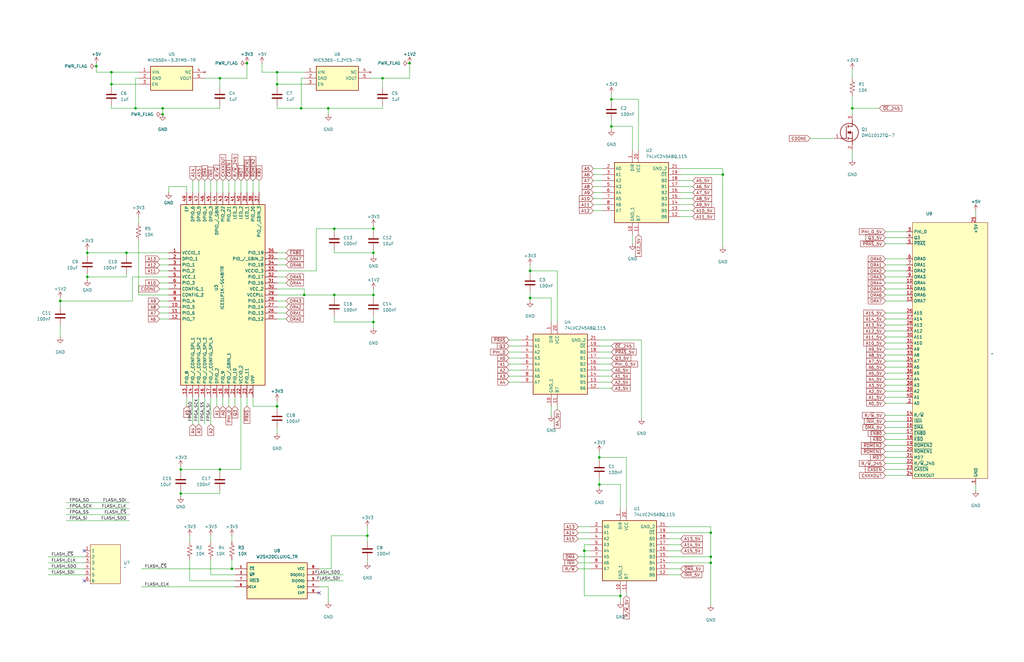
<source format=kicad_sch>
(kicad_sch (version 20231120) (generator "eeschema") (generator_version "8.0")
  (paper "USLedger")
  (title_block (title "Apple IIe IOU Replacement") (date "2024-12-10") (rev "0.90") (company "Frozen Signal"))
  (junction (at 68.58 48.26))
  (junction (at 76.2 208.28))
  (junction (at 299.72 224.79))
  (junction (at 57.15 45.72))
  (junction (at 257.81 53.34))
  (junction (at 116.84 35.56))
  (junction (at 252.73 193.04))
  (junction (at 261.62 251.46))
  (junction (at 104.14 26.67))
  (junction (at 157.48 135.89))
  (junction (at 157.48 124.46))
  (junction (at 304.8 73.66))
  (junction (at 140.97 96.52))
  (junction (at 299.72 237.49))
  (junction (at 154.94 226.06))
  (junction (at 223.52 114.3))
  (junction (at 172.72 26.67))
  (junction (at 53.34 106.68))
  (junction (at 46.99 30.48))
  (junction (at 246.38 232.41))
  (junction (at 157.48 96.52))
  (junction (at 138.43 45.72))
  (junction (at 76.2 198.12))
  (junction (at 36.83 116.84))
  (junction (at 92.71 33.02))
  (junction (at 40.64 27.94))
  (junction (at 128.27 124.46))
  (junction (at 116.84 171.45))
  (junction (at 157.48 106.68))
  (junction (at 257.81 41.91))
  (junction (at 252.73 204.47))
  (junction (at 36.83 106.68))
  (junction (at 116.84 30.48))
  (junction (at 140.97 124.46))
  (junction (at 299.72 234.95))
  (junction (at 127 45.72))
  (junction (at 359.41 45.72))
  (junction (at 46.99 35.56))
  (junction (at 68.58 45.72))
  (junction (at 92.71 198.12))
  (junction (at 97.79 240.03))
  (junction (at 161.29 33.02))
  (junction (at 223.52 125.73))
  (junction (at 25.4 127))
  (no_connect (at 35.56 232.41))
  (no_connect (at 35.56 245.11))
  (no_connect (at 134.62 250.19))
  (wire (pts (xy 53.34 115.57) (xy 53.34 116.84)))
  (wire (pts (xy 58.42 101.6) (xy 58.42 124.46)))
  (wire (pts (xy 154.94 222.25) (xy 154.94 226.06)))
  (wire (pts (xy 223.52 111.76) (xy 223.52 114.3)))
  (wire (pts (xy 373.38 180.34) (xy 382.27 180.34)))
  (wire (pts (xy 96.52 76.2) (xy 96.52 81.28)))
  (wire (pts (xy 373.38 134.62) (xy 382.27 134.62)))
  (wire (pts (xy 104.14 171.45) (xy 104.14 167.64)))
  (wire (pts (xy 257.81 39.37) (xy 257.81 41.91)))
  (wire (pts (xy 232.41 171.45) (xy 232.41 175.26)))
  (wire (pts (xy 373.38 116.84) (xy 382.27 116.84)))
  (wire (pts (xy 116.84 44.45) (xy 116.84 45.72)))
  (wire (pts (xy 97.79 226.06) (xy 97.79 228.6)))
  (wire (pts (xy 373.38 144.78) (xy 382.27 144.78)))
  (wire (pts (xy 101.6 167.64) (xy 101.6 198.12)))
  (wire (pts (xy 252.73 193.04) (xy 264.16 193.04)))
  (wire (pts (xy 109.22 76.2) (xy 109.22 81.28)))
  (wire (pts (xy 373.38 190.5) (xy 382.27 190.5)))
  (wire (pts (xy 78.74 171.45) (xy 78.74 167.64)))
  (wire (pts (xy 287.02 232.41) (xy 281.94 232.41)))
  (wire (pts (xy 257.81 53.34) (xy 257.81 54.61)))
  (wire (pts (xy 116.84 180.34) (xy 116.84 182.88)))
  (wire (pts (xy 20.32 234.95) (xy 35.56 234.95)))
  (wire (pts (xy 116.84 36.83) (xy 116.84 35.56)))
  (wire (pts (xy 373.38 175.26) (xy 382.27 175.26)))
  (wire (pts (xy 140.97 124.46) (xy 157.48 124.46)))
  (wire (pts (xy 257.81 158.75) (xy 252.73 158.75)))
  (wire (pts (xy 264.16 251.46) (xy 264.16 250.19)))
  (wire (pts (xy 359.41 40.64) (xy 359.41 45.72)))
  (wire (pts (xy 214.63 158.75) (xy 219.71 158.75)))
  (wire (pts (xy 287.02 242.57) (xy 281.94 242.57)))
  (wire (pts (xy 120.65 109.22) (xy 116.84 109.22)))
  (wire (pts (xy 373.38 114.3) (xy 382.27 114.3)))
  (wire (pts (xy 116.84 121.92) (xy 128.27 121.92)))
  (wire (pts (xy 106.68 171.45) (xy 116.84 171.45)))
  (wire (pts (xy 93.98 171.45) (xy 93.98 167.64)))
  (wire (pts (xy 250.19 76.2) (xy 254 76.2)))
  (wire (pts (xy 110.49 30.48) (xy 116.84 30.48)))
  (wire (pts (xy 214.63 156.21) (xy 219.71 156.21)))
  (wire (pts (xy 359.41 45.72) (xy 370.84 45.72)))
  (wire (pts (xy 97.79 240.03) (xy 99.06 240.03)))
  (wire (pts (xy 250.19 71.12) (xy 254 71.12)))
  (wire (pts (xy 88.9 226.06) (xy 88.9 228.6)))
  (wire (pts (xy 373.38 127) (xy 382.27 127)))
  (wire (pts (xy 287.02 227.33) (xy 281.94 227.33)))
  (wire (pts (xy 161.29 44.45) (xy 161.29 45.72)))
  (wire (pts (xy 67.31 121.92) (xy 71.12 121.92)))
  (wire (pts (xy 243.84 227.33) (xy 248.92 227.33)))
  (wire (pts (xy 161.29 33.02) (xy 172.72 33.02)))
  (wire (pts (xy 373.38 154.94) (xy 382.27 154.94)))
  (wire (pts (xy 140.97 133.35) (xy 140.97 135.89)))
  (wire (pts (xy 373.38 195.58) (xy 382.27 195.58)))
  (wire (pts (xy 91.44 76.2) (xy 91.44 81.28)))
  (wire (pts (xy 120.65 134.62) (xy 116.84 134.62)))
  (wire (pts (xy 270.51 143.51) (xy 252.73 143.51)))
  (wire (pts (xy 250.19 86.36) (xy 254 86.36)))
  (wire (pts (xy 359.41 45.72) (xy 359.41 48.26)))
  (wire (pts (xy 252.73 204.47) (xy 261.62 204.47)))
  (wire (pts (xy 157.48 124.46) (xy 157.48 125.73)))
  (wire (pts (xy 101.6 76.2) (xy 101.6 81.28)))
  (wire (pts (xy 27.94 214.63) (xy 54.61 214.63)))
  (wire (pts (xy 246.38 232.41) (xy 246.38 251.46)))
  (wire (pts (xy 257.81 163.83) (xy 252.73 163.83)))
  (wire (pts (xy 223.52 125.73) (xy 223.52 127)))
  (wire (pts (xy 373.38 147.32) (xy 382.27 147.32)))
  (wire (pts (xy 287.02 73.66) (xy 304.8 73.66)))
  (wire (pts (xy 71.12 78.74) (xy 78.74 78.74)))
  (wire (pts (xy 250.19 73.66) (xy 254 73.66)))
  (wire (pts (xy 246.38 251.46) (xy 261.62 251.46)))
  (wire (pts (xy 292.1 81.28) (xy 287.02 81.28)))
  (wire (pts (xy 76.2 207.01) (xy 76.2 208.28)))
  (wire (pts (xy 232.41 135.89) (xy 232.41 125.73)))
  (wire (pts (xy 134.62 242.57) (xy 144.78 242.57)))
  (wire (pts (xy 246.38 232.41) (xy 248.92 232.41)))
  (wire (pts (xy 250.19 88.9) (xy 254 88.9)))
  (wire (pts (xy 46.99 45.72) (xy 57.15 45.72)))
  (wire (pts (xy 223.52 114.3) (xy 234.95 114.3)))
  (wire (pts (xy 157.48 121.92) (xy 157.48 124.46)))
  (wire (pts (xy 157.48 96.52) (xy 157.48 97.79)))
  (wire (pts (xy 172.72 26.67) (xy 172.72 33.02)))
  (wire (pts (xy 373.38 170.18) (xy 382.27 170.18)))
  (wire (pts (xy 120.65 111.76) (xy 116.84 111.76)))
  (wire (pts (xy 106.68 76.2) (xy 106.68 81.28)))
  (wire (pts (xy 139.7 226.06) (xy 154.94 226.06)))
  (wire (pts (xy 88.9 242.57) (xy 99.06 242.57)))
  (wire (pts (xy 266.7 99.06) (xy 266.7 102.87)))
  (wire (pts (xy 80.01 245.11) (xy 99.06 245.11)))
  (wire (pts (xy 92.71 207.01) (xy 92.71 208.28)))
  (wire (pts (xy 292.1 91.44) (xy 287.02 91.44)))
  (wire (pts (xy 373.38 200.66) (xy 382.27 200.66)))
  (wire (pts (xy 292.1 76.2) (xy 287.02 76.2)))
  (wire (pts (xy 88.9 236.22) (xy 88.9 242.57)))
  (wire (pts (xy 257.81 161.29) (xy 252.73 161.29)))
  (wire (pts (xy 120.65 116.84) (xy 116.84 116.84)))
  (wire (pts (xy 53.34 116.84) (xy 36.83 116.84)))
  (wire (pts (xy 36.83 116.84) (xy 36.83 118.11)))
  (wire (pts (xy 57.15 33.02) (xy 57.15 45.72)))
  (wire (pts (xy 58.42 91.44) (xy 58.42 93.98)))
  (wire (pts (xy 80.01 245.11) (xy 80.01 236.22)))
  (wire (pts (xy 27.94 219.71) (xy 54.61 219.71)))
  (wire (pts (xy 287.02 240.03) (xy 281.94 240.03)))
  (wire (pts (xy 93.98 76.2) (xy 93.98 81.28)))
  (wire (pts (xy 304.8 71.12) (xy 287.02 71.12)))
  (wire (pts (xy 71.12 124.46) (xy 58.42 124.46)))
  (wire (pts (xy 373.38 162.56) (xy 382.27 162.56)))
  (wire (pts (xy 27.94 217.17) (xy 54.61 217.17)))
  (wire (pts (xy 76.2 208.28) (xy 76.2 209.55)))
  (wire (pts (xy 128.27 121.92) (xy 128.27 124.46)))
  (wire (pts (xy 243.84 234.95) (xy 248.92 234.95)))
  (wire (pts (xy 373.38 109.22) (xy 382.27 109.22)))
  (wire (pts (xy 67.31 134.62) (xy 71.12 134.62)))
  (wire (pts (xy 128.27 33.02) (xy 127 33.02)))
  (wire (pts (xy 116.84 35.56) (xy 128.27 35.56)))
  (wire (pts (xy 36.83 106.68) (xy 36.83 107.95)))
  (wire (pts (xy 257.81 53.34) (xy 266.7 53.34)))
  (wire (pts (xy 46.99 35.56) (xy 58.42 35.56)))
  (wire (pts (xy 20.32 237.49) (xy 35.56 237.49)))
  (wire (pts (xy 157.48 95.25) (xy 157.48 96.52)))
  (wire (pts (xy 138.43 45.72) (xy 161.29 45.72)))
  (wire (pts (xy 97.79 236.22) (xy 97.79 240.03)))
  (wire (pts (xy 99.06 171.45) (xy 99.06 167.64)))
  (wire (pts (xy 86.36 167.64) (xy 86.36 179.07)))
  (wire (pts (xy 140.97 106.68) (xy 157.48 106.68)))
  (wire (pts (xy 53.34 107.95) (xy 53.34 106.68)))
  (wire (pts (xy 116.84 35.56) (xy 116.84 30.48)))
  (wire (pts (xy 25.4 125.73) (xy 25.4 127)))
  (wire (pts (xy 252.73 193.04) (xy 252.73 194.31)))
  (wire (pts (xy 120.65 106.68) (xy 116.84 106.68)))
  (wire (pts (xy 116.84 114.3) (xy 133.35 114.3)))
  (wire (pts (xy 373.38 149.86) (xy 382.27 149.86)))
  (wire (pts (xy 359.41 63.5) (xy 359.41 67.31)))
  (wire (pts (xy 67.31 129.54) (xy 71.12 129.54)))
  (wire (pts (xy 120.65 127) (xy 116.84 127)))
  (wire (pts (xy 120.65 132.08) (xy 116.84 132.08)))
  (wire (pts (xy 252.73 201.93) (xy 252.73 204.47)))
  (wire (pts (xy 154.94 236.22) (xy 154.94 237.49)))
  (wire (pts (xy 92.71 33.02) (xy 92.71 36.83)))
  (wire (pts (xy 214.63 151.13) (xy 219.71 151.13)))
  (wire (pts (xy 127 45.72) (xy 138.43 45.72)))
  (wire (pts (xy 92.71 198.12) (xy 76.2 198.12)))
  (wire (pts (xy 373.38 182.88) (xy 382.27 182.88)))
  (wire (pts (xy 373.38 111.76) (xy 382.27 111.76)))
  (wire (pts (xy 96.52 171.45) (xy 96.52 167.64)))
  (wire (pts (xy 40.64 30.48) (xy 46.99 30.48)))
  (wire (pts (xy 250.19 83.82) (xy 254 83.82)))
  (wire (pts (xy 373.38 185.42) (xy 382.27 185.42)))
  (wire (pts (xy 138.43 247.65) (xy 138.43 254)))
  (wire (pts (xy 92.71 198.12) (xy 101.6 198.12)))
  (wire (pts (xy 269.24 63.5) (xy 269.24 41.91)))
  (wire (pts (xy 88.9 76.2) (xy 88.9 81.28)))
  (wire (pts (xy 58.42 33.02) (xy 57.15 33.02)))
  (wire (pts (xy 139.7 226.06) (xy 139.7 240.03)))
  (wire (pts (xy 20.32 240.03) (xy 35.56 240.03)))
  (wire (pts (xy 20.32 242.57) (xy 35.56 242.57)))
  (wire (pts (xy 71.12 78.74) (xy 71.12 81.28)))
  (wire (pts (xy 92.71 208.28) (xy 76.2 208.28)))
  (wire (pts (xy 83.82 76.2) (xy 83.82 81.28)))
  (wire (pts (xy 92.71 44.45) (xy 92.71 45.72)))
  (wire (pts (xy 140.97 96.52) (xy 157.48 96.52)))
  (wire (pts (xy 373.38 167.64) (xy 382.27 167.64)))
  (wire (pts (xy 373.38 160.02) (xy 382.27 160.02)))
  (wire (pts (xy 264.16 214.63) (xy 264.16 193.04)))
  (wire (pts (xy 243.84 224.79) (xy 248.92 224.79)))
  (wire (pts (xy 134.62 245.11) (xy 144.78 245.11)))
  (wire (pts (xy 157.48 135.89) (xy 157.48 138.43)))
  (wire (pts (xy 36.83 105.41) (xy 36.83 106.68)))
  (wire (pts (xy 86.36 76.2) (xy 86.36 81.28)))
  (wire (pts (xy 292.1 86.36) (xy 287.02 86.36)))
  (wire (pts (xy 252.73 190.5) (xy 252.73 193.04)))
  (wire (pts (xy 257.81 156.21) (xy 252.73 156.21)))
  (wire (pts (xy 59.69 247.65) (xy 99.06 247.65)))
  (wire (pts (xy 157.48 133.35) (xy 157.48 135.89)))
  (wire (pts (xy 373.38 139.7) (xy 382.27 139.7)))
  (wire (pts (xy 373.38 177.8) (xy 382.27 177.8)))
  (wire (pts (xy 250.19 81.28) (xy 254 81.28)))
  (wire (pts (xy 299.72 255.27) (xy 299.72 237.49)))
  (wire (pts (xy 106.68 171.45) (xy 106.68 167.64)))
  (wire (pts (xy 281.94 234.95) (xy 299.72 234.95)))
  (wire (pts (xy 46.99 30.48) (xy 58.42 30.48)))
  (wire (pts (xy 120.65 119.38) (xy 116.84 119.38)))
  (wire (pts (xy 120.65 129.54) (xy 116.84 129.54)))
  (wire (pts (xy 214.63 143.51) (xy 219.71 143.51)))
  (wire (pts (xy 116.84 171.45) (xy 116.84 172.72)))
  (wire (pts (xy 67.31 111.76) (xy 71.12 111.76)))
  (wire (pts (xy 214.63 161.29) (xy 219.71 161.29)))
  (wire (pts (xy 223.52 123.19) (xy 223.52 125.73)))
  (wire (pts (xy 257.81 41.91) (xy 257.81 43.18)))
  (wire (pts (xy 373.38 102.87) (xy 382.27 102.87)))
  (wire (pts (xy 55.88 116.84) (xy 55.88 127)))
  (wire (pts (xy 234.95 135.89) (xy 234.95 114.3)))
  (wire (pts (xy 67.31 109.22) (xy 71.12 109.22)))
  (wire (pts (xy 53.34 106.68) (xy 71.12 106.68)))
  (wire (pts (xy 261.62 251.46) (xy 261.62 254)))
  (wire (pts (xy 68.58 45.72) (xy 68.58 48.26)))
  (wire (pts (xy 373.38 137.16) (xy 382.27 137.16)))
  (wire (pts (xy 299.72 222.25) (xy 281.94 222.25)))
  (wire (pts (xy 116.84 45.72) (xy 127 45.72)))
  (wire (pts (xy 359.41 29.21) (xy 359.41 33.02)))
  (wire (pts (xy 25.4 137.16) (xy 25.4 142.24)))
  (wire (pts (xy 99.06 76.2) (xy 99.06 81.28)))
  (wire (pts (xy 292.1 83.82) (xy 287.02 83.82)))
  (wire (pts (xy 127 33.02) (xy 127 45.72)))
  (wire (pts (xy 81.28 76.2) (xy 81.28 81.28)))
  (wire (pts (xy 373.38 119.38) (xy 382.27 119.38)))
  (wire (pts (xy 304.8 104.14) (xy 304.8 73.66)))
  (wire (pts (xy 373.38 97.79) (xy 382.27 97.79)))
  (wire (pts (xy 71.12 116.84) (xy 55.88 116.84)))
  (wire (pts (xy 299.72 237.49) (xy 299.72 234.95)))
  (wire (pts (xy 214.63 146.05) (xy 219.71 146.05)))
  (wire (pts (xy 133.35 96.52) (xy 140.97 96.52)))
  (wire (pts (xy 83.82 167.64) (xy 83.82 179.07)))
  (wire (pts (xy 40.64 26.67) (xy 40.64 27.94)))
  (wire (pts (xy 104.14 76.2) (xy 104.14 81.28)))
  (wire (pts (xy 156.21 33.02) (xy 161.29 33.02)))
  (wire (pts (xy 243.84 222.25) (xy 248.92 222.25)))
  (wire (pts (xy 373.38 152.4) (xy 382.27 152.4)))
  (wire (pts (xy 373.38 165.1) (xy 382.27 165.1)))
  (wire (pts (xy 373.38 193.04) (xy 382.27 193.04)))
  (wire (pts (xy 88.9 167.64) (xy 88.9 179.07)))
  (wire (pts (xy 81.28 167.64) (xy 81.28 179.07)))
  (wire (pts (xy 292.1 88.9) (xy 287.02 88.9)))
  (wire (pts (xy 292.1 78.74) (xy 287.02 78.74)))
  (wire (pts (xy 373.38 132.08) (xy 382.27 132.08)))
  (wire (pts (xy 80.01 226.06) (xy 80.01 228.6)))
  (wire (pts (xy 67.31 132.08) (xy 71.12 132.08)))
  (wire (pts (xy 299.72 224.79) (xy 299.72 222.25)))
  (wire (pts (xy 116.84 30.48) (xy 128.27 30.48)))
  (wire (pts (xy 154.94 226.06) (xy 154.94 228.6)))
  (wire (pts (xy 223.52 114.3) (xy 223.52 115.57)))
  (wire (pts (xy 373.38 187.96) (xy 382.27 187.96)))
  (wire (pts (xy 246.38 229.87) (xy 246.38 232.41)))
  (wire (pts (xy 91.44 171.45) (xy 91.44 167.64)))
  (wire (pts (xy 287.02 229.87) (xy 281.94 229.87)))
  (wire (pts (xy 67.31 119.38) (xy 71.12 119.38)))
  (wire (pts (xy 25.4 127) (xy 25.4 129.54)))
  (wire (pts (xy 373.38 157.48) (xy 382.27 157.48)))
  (wire (pts (xy 299.72 234.95) (xy 299.72 224.79)))
  (wire (pts (xy 243.84 240.03) (xy 248.92 240.03)))
  (wire (pts (xy 67.31 127) (xy 71.12 127)))
  (wire (pts (xy 67.31 114.3) (xy 71.12 114.3)))
  (wire (pts (xy 223.52 125.73) (xy 232.41 125.73)))
  (wire (pts (xy 139.7 240.03) (xy 134.62 240.03)))
  (wire (pts (xy 214.63 148.59) (xy 219.71 148.59)))
  (wire (pts (xy 110.49 26.67) (xy 110.49 30.48)))
  (wire (pts (xy 257.81 50.8) (xy 257.81 53.34)))
  (wire (pts (xy 116.84 168.91) (xy 116.84 171.45)))
  (wire (pts (xy 53.34 106.68) (xy 36.83 106.68)))
  (wire (pts (xy 373.38 100.33) (xy 382.27 100.33)))
  (wire (pts (xy 411.48 204.47) (xy 411.48 207.01)))
  (wire (pts (xy 373.38 142.24) (xy 382.27 142.24)))
  (wire (pts (xy 68.58 45.72) (xy 92.71 45.72)))
  (wire (pts (xy 234.95 172.72) (xy 234.95 171.45)))
  (wire (pts (xy 261.62 250.19) (xy 261.62 251.46)))
  (wire (pts (xy 25.4 127) (xy 55.88 127)))
  (wire (pts (xy 140.97 135.89) (xy 157.48 135.89)))
  (wire (pts (xy 92.71 33.02) (xy 104.14 33.02)))
  (wire (pts (xy 36.83 115.57) (xy 36.83 116.84)))
  (wire (pts (xy 78.74 78.74) (xy 78.74 81.28)))
  (wire (pts (xy 46.99 35.56) (xy 46.99 30.48)))
  (wire (pts (xy 57.15 45.72) (xy 68.58 45.72)))
  (wire (pts (xy 243.84 237.49) (xy 248.92 237.49)))
  (wire (pts (xy 411.48 88.9) (xy 411.48 91.44)))
  (wire (pts (xy 46.99 44.45) (xy 46.99 45.72)))
  (wire (pts (xy 27.94 212.09) (xy 54.61 212.09)))
  (wire (pts (xy 76.2 198.12) (xy 76.2 199.39)))
  (wire (pts (xy 46.99 36.83) (xy 46.99 35.56)))
  (wire (pts (xy 281.94 224.79) (xy 299.72 224.79)))
  (wire (pts (xy 257.81 41.91) (xy 269.24 41.91)))
  (wire (pts (xy 116.84 124.46) (xy 128.27 124.46)))
  (wire (pts (xy 261.62 214.63) (xy 261.62 204.47)))
  (wire (pts (xy 373.38 121.92) (xy 382.27 121.92)))
  (wire (pts (xy 138.43 45.72) (xy 138.43 48.26)))
  (wire (pts (xy 373.38 124.46) (xy 382.27 124.46)))
  (wire (pts (xy 76.2 196.85) (xy 76.2 198.12)))
  (wire (pts (xy 214.63 153.67) (xy 219.71 153.67)))
  (wire (pts (xy 252.73 204.47) (xy 252.73 205.74)))
  (wire (pts (xy 373.38 198.12) (xy 382.27 198.12)))
  (wire (pts (xy 257.81 151.13) (xy 252.73 151.13)))
  (wire (pts (xy 140.97 105.41) (xy 140.97 106.68)))
  (wire (pts (xy 92.71 199.39) (xy 92.71 198.12)))
  (wire (pts (xy 257.81 153.67) (xy 252.73 153.67)))
  (wire (pts (xy 59.69 240.03) (xy 97.79 240.03)))
  (wire (pts (xy 270.51 176.53) (xy 270.51 143.51)))
  (wire (pts (xy 134.62 247.65) (xy 138.43 247.65)))
  (wire (pts (xy 86.36 33.02) (xy 92.71 33.02)))
  (wire (pts (xy 304.8 73.66) (xy 304.8 71.12)))
  (wire (pts (xy 250.19 78.74) (xy 254 78.74)))
  (wire (pts (xy 341.63 58.42) (xy 351.79 58.42)))
  (wire (pts (xy 40.64 27.94) (xy 40.64 30.48)))
  (wire (pts (xy 266.7 63.5) (xy 266.7 53.34)))
  (wire (pts (xy 133.35 114.3) (xy 133.35 96.52)))
  (wire (pts (xy 281.94 237.49) (xy 299.72 237.49)))
  (wire (pts (xy 248.92 229.87) (xy 246.38 229.87)))
  (wire (pts (xy 161.29 33.02) (xy 161.29 36.83)))
  (wire (pts (xy 104.14 26.67) (xy 104.14 33.02)))
  (wire (pts (xy 257.81 148.59) (xy 252.73 148.59)))
  (wire (pts (xy 157.48 106.68) (xy 157.48 107.95)))
  (wire (pts (xy 140.97 125.73) (xy 140.97 124.46)))
  (wire (pts (xy 252.73 146.05) (xy 257.81 146.05)))
  (wire (pts (xy 157.48 105.41) (xy 157.48 106.68)))
  (wire (pts (xy 140.97 97.79) (xy 140.97 96.52)))
  (wire (pts (xy 128.27 124.46) (xy 140.97 124.46)))
  (label "FLASH_~{CS}" (at 53.34 217.17 180))
  (label "FLASH_CLK" (at 53.34 214.63 180))
  (label "FPGA_SCK" (at 29.21 214.63 0))
  (label "FLASH_SDO" (at 21.59 240.03 0))
  (label "FPGA_SI" (at 29.21 219.71 0))
  (label "FLASH_CLK" (at 21.59 237.49 0))
  (label "FLASH_SDI" (at 53.34 212.09 180))
  (label "FPGA_SO" (at 29.21 212.09 0))
  (label "FLASH_SDI" (at 143.51 245.11 180))
  (label "FLASH_~{CS}" (at 60.96 240.03 0))
  (label "FLASH_CLK" (at 60.96 247.65 0))
  (label "FLASH_SDO" (at 143.51 242.57 180))
  (label "FLASH_SDO" (at 53.34 219.71 180))
  (label "FPGA_SO" (at 81.28 177.8 90))
  (label "FLASH_SDI" (at 21.59 242.57 0))
  (label "FPGA_SCK" (at 83.82 177.8 90))
  (label "FPGA_SS" (at 86.36 177.8 90))
  (label "FPGA_SS" (at 29.21 217.17 0))
  (label "FPGA_SI" (at 88.9 177.8 90))
  (label "FLASH_~{CS}" (at 21.59 234.95 0))
  (global_label "A10_5V" (shape input) (at 373.38 144.78 180) (property "Intersheetrefs" "${INTERSHEET_REFS}" (effects (hide yes))))
  (global_label "ORA3" (shape input) (at 120.65 127 0) (property "Intersheetrefs" "${INTERSHEET_REFS}" (effects (hide yes))))
  (global_label "~{CASEN}" (shape input) (at 96.52 76.2 90) (property "Intersheetrefs" "${INTERSHEET_REFS}" (effects (hide yes))))
  (global_label "A14_5V" (shape input) (at 373.38 134.62 180) (property "Intersheetrefs" "${INTERSHEET_REFS}" (effects (hide yes))))
  (global_label "~{ROMEN2}" (shape input) (at 373.38 187.96 180) (property "Intersheetrefs" "${INTERSHEET_REFS}" (effects (hide yes))))
  (global_label "ORA6" (shape input) (at 120.65 111.76 0) (property "Intersheetrefs" "${INTERSHEET_REFS}" (effects (hide yes))))
  (global_label "A12_5V" (shape input) (at 269.24 99.06 270) (property "Intersheetrefs" "${INTERSHEET_REFS}" (effects (hide yes))))
  (global_label "A6" (shape input) (at 67.31 134.62 180) (property "Intersheetrefs" "${INTERSHEET_REFS}" (effects (hide yes))))
  (global_label "R{slash}~{W}_245" (shape input) (at 99.06 76.2 90) (property "Intersheetrefs" "${INTERSHEET_REFS}" (effects (hide yes))))
  (global_label "A9_5V" (shape input) (at 292.1 86.36 0) (property "Intersheetrefs" "${INTERSHEET_REFS}" (effects (hide yes))))
  (global_label "A13" (shape input) (at 243.84 222.25 180) (property "Intersheetrefs" "${INTERSHEET_REFS}" (effects (hide yes))))
  (global_label "Q3_5V" (shape input) (at 373.38 100.33 180) (property "Intersheetrefs" "${INTERSHEET_REFS}" (effects (hide yes))))
  (global_label "A8_5V" (shape input) (at 292.1 83.82 0) (property "Intersheetrefs" "${INTERSHEET_REFS}" (effects (hide yes))))
  (global_label "ORA3" (shape input) (at 373.38 116.84 180) (property "Intersheetrefs" "${INTERSHEET_REFS}" (effects (hide yes))))
  (global_label "CDONE" (shape input) (at 341.63 58.42 180) (property "Intersheetrefs" "${INTERSHEET_REFS}" (effects (hide yes))))
  (global_label "A13" (shape input) (at 67.31 109.22 180) (property "Intersheetrefs" "${INTERSHEET_REFS}" (effects (hide yes))))
  (global_label "ORA1" (shape input) (at 373.38 111.76 180) (property "Intersheetrefs" "${INTERSHEET_REFS}" (effects (hide yes))))
  (global_label "A13_5V" (shape input) (at 373.38 137.16 180) (property "Intersheetrefs" "${INTERSHEET_REFS}" (effects (hide yes))))
  (global_label "A3_5V" (shape input) (at 257.81 163.83 0) (property "Intersheetrefs" "${INTERSHEET_REFS}" (effects (hide yes))))
  (global_label "A15_5V" (shape input) (at 373.38 132.08 180) (property "Intersheetrefs" "${INTERSHEET_REFS}" (effects (hide yes))))
  (global_label "A10" (shape input) (at 250.19 83.82 180) (property "Intersheetrefs" "${INTERSHEET_REFS}" (effects (hide yes))))
  (global_label "~{INH}" (shape input) (at 88.9 76.2 90) (property "Intersheetrefs" "${INTERSHEET_REFS}" (effects (hide yes))))
  (global_label "A1_5V" (shape input) (at 373.38 167.64 180) (property "Intersheetrefs" "${INTERSHEET_REFS}" (effects (hide yes))))
  (global_label "PHI_0_5V" (shape input) (at 373.38 97.79 180) (property "Intersheetrefs" "${INTERSHEET_REFS}" (effects (hide yes))))
  (global_label "~{DMA}_5V" (shape input) (at 373.38 180.34 180) (property "Intersheetrefs" "${INTERSHEET_REFS}" (effects (hide yes))))
  (global_label "A7_5V" (shape input) (at 292.1 81.28 0) (property "Intersheetrefs" "${INTERSHEET_REFS}" (effects (hide yes))))
  (global_label "A5" (shape input) (at 78.74 171.45 270) (property "Intersheetrefs" "${INTERSHEET_REFS}" (effects (hide yes))))
  (global_label "A10_5V" (shape input) (at 292.1 88.9 0) (property "Intersheetrefs" "${INTERSHEET_REFS}" (effects (hide yes))))
  (global_label "~{EN80}" (shape input) (at 120.65 106.68 0) (property "Intersheetrefs" "${INTERSHEET_REFS}" (effects (hide yes))))
  (global_label "A14_5V" (shape input) (at 287.02 229.87 0) (property "Intersheetrefs" "${INTERSHEET_REFS}" (effects (hide yes))))
  (global_label "A11_5V" (shape input) (at 373.38 142.24 180) (property "Intersheetrefs" "${INTERSHEET_REFS}" (effects (hide yes))))
  (global_label "Q3_5V" (shape input) (at 257.81 151.13 0) (property "Intersheetrefs" "${INTERSHEET_REFS}" (effects (hide yes))))
  (global_label "A0" (shape input) (at 93.98 171.45 270) (property "Intersheetrefs" "${INTERSHEET_REFS}" (effects (hide yes))))
  (global_label "CDONE" (shape input) (at 67.31 121.92 180) (property "Intersheetrefs" "${INTERSHEET_REFS}" (effects (hide yes))))
  (global_label "Q3" (shape input) (at 214.63 146.05 180) (property "Intersheetrefs" "${INTERSHEET_REFS}" (effects (hide yes))))
  (global_label "R{slash}~{W}_5V" (shape input) (at 264.16 251.46 270) (property "Intersheetrefs" "${INTERSHEET_REFS}" (effects (hide yes))))
  (global_label "A4" (shape input) (at 81.28 179.07 270) (property "Intersheetrefs" "${INTERSHEET_REFS}" (effects (hide yes))))
  (global_label "A5" (shape input) (at 250.19 71.12 180) (property "Intersheetrefs" "${INTERSHEET_REFS}" (effects (hide yes))))
  (global_label "~{PRAS}" (shape input) (at 214.63 143.51 180) (property "Intersheetrefs" "${INTERSHEET_REFS}" (effects (hide yes))))
  (global_label "A3_5V" (shape input) (at 373.38 162.56 180) (property "Intersheetrefs" "${INTERSHEET_REFS}" (effects (hide yes))))
  (global_label "A12" (shape input) (at 67.31 111.76 180) (property "Intersheetrefs" "${INTERSHEET_REFS}" (effects (hide yes))))
  (global_label "CXXXOUT" (shape input) (at 373.38 200.66 180) (property "Intersheetrefs" "${INTERSHEET_REFS}" (effects (hide yes))))
  (global_label "A6_5V" (shape input) (at 373.38 154.94 180) (property "Intersheetrefs" "${INTERSHEET_REFS}" (effects (hide yes))))
  (global_label "~{INH}" (shape input) (at 243.84 237.49 180) (property "Intersheetrefs" "${INTERSHEET_REFS}" (effects (hide yes))))
  (global_label "A14" (shape input) (at 243.84 224.79 180) (property "Intersheetrefs" "${INTERSHEET_REFS}" (effects (hide yes))))
  (global_label "~{INH}_5V" (shape input) (at 287.02 242.57 0) (property "Intersheetrefs" "${INTERSHEET_REFS}" (effects (hide yes))))
  (global_label "ORA4" (shape input) (at 373.38 119.38 180) (property "Intersheetrefs" "${INTERSHEET_REFS}" (effects (hide yes))))
  (global_label "~{DMA}" (shape input) (at 86.36 76.2 90) (property "Intersheetrefs" "${INTERSHEET_REFS}" (effects (hide yes))))
  (global_label "~{CASEN}" (shape input) (at 373.38 198.12 180) (property "Intersheetrefs" "${INTERSHEET_REFS}" (effects (hide yes))))
  (global_label "CXXXOUT" (shape input) (at 93.98 76.2 90) (property "Intersheetrefs" "${INTERSHEET_REFS}" (effects (hide yes))))
  (global_label "A9" (shape input) (at 250.19 81.28 180) (property "Intersheetrefs" "${INTERSHEET_REFS}" (effects (hide yes))))
  (global_label "A2" (shape input) (at 214.63 156.21 180) (property "Intersheetrefs" "${INTERSHEET_REFS}" (effects (hide yes))))
  (global_label "~{ROMEN1}" (shape input) (at 373.38 190.5 180) (property "Intersheetrefs" "${INTERSHEET_REFS}" (effects (hide yes))))
  (global_label "ORA6" (shape input) (at 373.38 124.46 180) (property "Intersheetrefs" "${INTERSHEET_REFS}" (effects (hide yes))))
  (global_label "ORA5" (shape input) (at 120.65 116.84 0) (property "Intersheetrefs" "${INTERSHEET_REFS}" (effects (hide yes))))
  (global_label "A11" (shape input) (at 250.19 86.36 180) (property "Intersheetrefs" "${INTERSHEET_REFS}" (effects (hide yes))))
  (global_label "R{slash}~{W}" (shape input) (at 243.84 240.03 180) (property "Intersheetrefs" "${INTERSHEET_REFS}" (effects (hide yes))))
  (global_label "~{DMA}" (shape input) (at 243.84 234.95 180) (property "Intersheetrefs" "${INTERSHEET_REFS}" (effects (hide yes))))
  (global_label "A3" (shape input) (at 83.82 179.07 270) (property "Intersheetrefs" "${INTERSHEET_REFS}" (effects (hide yes))))
  (global_label "A7" (shape input) (at 67.31 132.08 180) (property "Intersheetrefs" "${INTERSHEET_REFS}" (effects (hide yes))))
  (global_label "A9" (shape input) (at 67.31 127 180) (property "Intersheetrefs" "${INTERSHEET_REFS}" (effects (hide yes))))
  (global_label "A2_5V" (shape input) (at 257.81 161.29 0) (property "Intersheetrefs" "${INTERSHEET_REFS}" (effects (hide yes))))
  (global_label "R{slash}~{W}_5V" (shape input) (at 373.38 175.26 180) (property "Intersheetrefs" "${INTERSHEET_REFS}" (effects (hide yes))))
  (global_label "Q3" (shape input) (at 99.06 171.45 270) (property "Intersheetrefs" "${INTERSHEET_REFS}" (effects (hide yes))))
  (global_label "ORA1" (shape input) (at 120.65 132.08 0) (property "Intersheetrefs" "${INTERSHEET_REFS}" (effects (hide yes))))
  (global_label "A13_5V" (shape input) (at 287.02 227.33 0) (property "Intersheetrefs" "${INTERSHEET_REFS}" (effects (hide yes))))
  (global_label "~{ROMEN1}" (shape input) (at 104.14 76.2 90) (property "Intersheetrefs" "${INTERSHEET_REFS}" (effects (hide yes))))
  (global_label "ORA7" (shape input) (at 373.38 127 180) (property "Intersheetrefs" "${INTERSHEET_REFS}" (effects (hide yes))))
  (global_label "A6" (shape input) (at 250.19 73.66 180) (property "Intersheetrefs" "${INTERSHEET_REFS}" (effects (hide yes))))
  (global_label "A14" (shape input) (at 81.28 76.2 90) (property "Intersheetrefs" "${INTERSHEET_REFS}" (effects (hide yes))))
  (global_label "R{slash}~{W}_245" (shape input) (at 373.38 195.58 180) (property "Intersheetrefs" "${INTERSHEET_REFS}" (effects (hide yes))))
  (global_label "A15_5V" (shape input) (at 287.02 232.41 0) (property "Intersheetrefs" "${INTERSHEET_REFS}" (effects (hide yes))))
  (global_label "A11" (shape input) (at 67.31 114.3 180) (property "Intersheetrefs" "${INTERSHEET_REFS}" (effects (hide yes))))
  (global_label "A9_5V" (shape input) (at 373.38 147.32 180) (property "Intersheetrefs" "${INTERSHEET_REFS}" (effects (hide yes))))
  (global_label "A10" (shape input) (at 67.31 119.38 180) (property "Intersheetrefs" "${INTERSHEET_REFS}" (effects (hide yes))))
  (global_label "A1_5V" (shape input) (at 257.81 158.75 0) (property "Intersheetrefs" "${INTERSHEET_REFS}" (effects (hide yes))))
  (global_label "~{PRAS}_5V" (shape input) (at 373.38 102.87 180) (property "Intersheetrefs" "${INTERSHEET_REFS}" (effects (hide yes))))
  (global_label "A8" (shape input) (at 67.31 129.54 180) (property "Intersheetrefs" "${INTERSHEET_REFS}" (effects (hide yes))))
  (global_label "ORA7" (shape input) (at 120.65 109.22 0) (property "Intersheetrefs" "${INTERSHEET_REFS}" (effects (hide yes))))
  (global_label "ORA2" (shape input) (at 373.38 114.3 180) (property "Intersheetrefs" "${INTERSHEET_REFS}" (effects (hide yes))))
  (global_label "~{MD7}" (shape input) (at 373.38 193.04 180) (property "Intersheetrefs" "${INTERSHEET_REFS}" (effects (hide yes))))
  (global_label "A4" (shape input) (at 214.63 161.29 180) (property "Intersheetrefs" "${INTERSHEET_REFS}" (effects (hide yes))))
  (global_label "ORA4" (shape input) (at 120.65 119.38 0) (property "Intersheetrefs" "${INTERSHEET_REFS}" (effects (hide yes))))
  (global_label "A1" (shape input) (at 91.44 171.45 270) (property "Intersheetrefs" "${INTERSHEET_REFS}" (effects (hide yes))))
  (global_label "A15" (shape input) (at 83.82 76.2 90) (property "Intersheetrefs" "${INTERSHEET_REFS}" (effects (hide yes))))
  (global_label "A5_5V" (shape input) (at 373.38 157.48 180) (property "Intersheetrefs" "${INTERSHEET_REFS}" (effects (hide yes))))
  (global_label "~{DMA}_5V" (shape input) (at 287.02 240.03 0) (property "Intersheetrefs" "${INTERSHEET_REFS}" (effects (hide yes))))
  (global_label "A12_5V" (shape input) (at 373.38 139.7 180) (property "Intersheetrefs" "${INTERSHEET_REFS}" (effects (hide yes))))
  (global_label "A4_5V" (shape input) (at 373.38 160.02 180) (property "Intersheetrefs" "${INTERSHEET_REFS}" (effects (hide yes))))
  (global_label "A5_5V" (shape input) (at 292.1 76.2 0) (property "Intersheetrefs" "${INTERSHEET_REFS}" (effects (hide yes))))
  (global_label "A8_5V" (shape input) (at 373.38 149.86 180) (property "Intersheetrefs" "${INTERSHEET_REFS}" (effects (hide yes))))
  (global_label "~{PRAS}" (shape input) (at 104.14 171.45 270) (property "Intersheetrefs" "${INTERSHEET_REFS}" (effects (hide yes))))
  (global_label "A0" (shape input) (at 214.63 151.13 180) (property "Intersheetrefs" "${INTERSHEET_REFS}" (effects (hide yes))))
  (global_label "ORA5" (shape input) (at 373.38 121.92 180) (property "Intersheetrefs" "${INTERSHEET_REFS}" (effects (hide yes))))
  (global_label "ORA2" (shape input) (at 120.65 129.54 0) (property "Intersheetrefs" "${INTERSHEET_REFS}" (effects (hide yes))))
  (global_label "PHI_0" (shape input) (at 214.63 148.59 180) (property "Intersheetrefs" "${INTERSHEET_REFS}" (effects (hide yes))))
  (global_label "A2_5V" (shape input) (at 373.38 165.1 180) (property "Intersheetrefs" "${INTERSHEET_REFS}" (effects (hide yes))))
  (global_label "A12" (shape input) (at 250.19 88.9 180) (property "Intersheetrefs" "${INTERSHEET_REFS}" (effects (hide yes))))
  (global_label "A11_5V" (shape input) (at 292.1 91.44 0) (property "Intersheetrefs" "${INTERSHEET_REFS}" (effects (hide yes))))
  (global_label "PHI_0_5V" (shape input) (at 257.81 153.67 0) (property "Intersheetrefs" "${INTERSHEET_REFS}" (effects (hide yes))))
  (global_label "~{OE}_245" (shape input) (at 257.81 146.05 0) (property "Intersheetrefs" "${INTERSHEET_REFS}" (effects (hide yes))))
  (global_label "A0_5V" (shape input) (at 373.38 170.18 180) (property "Intersheetrefs" "${INTERSHEET_REFS}" (effects (hide yes))))
  (global_label "PHI_0" (shape input) (at 96.52 171.45 270) (property "Intersheetrefs" "${INTERSHEET_REFS}" (effects (hide yes))))
  (global_label "~{KBD}" (shape input) (at 109.22 76.2 90) (property "Intersheetrefs" "${INTERSHEET_REFS}" (effects (hide yes))))
  (global_label "A8" (shape input) (at 250.19 78.74 180) (property "Intersheetrefs" "${INTERSHEET_REFS}" (effects (hide yes))))
  (global_label "ORA0" (shape input) (at 120.65 134.62 0) (property "Intersheetrefs" "${INTERSHEET_REFS}" (effects (hide yes))))
  (global_label "A0_5V" (shape input) (at 257.81 156.21 0) (property "Intersheetrefs" "${INTERSHEET_REFS}" (effects (hide yes))))
  (global_label "~{MD7}" (shape input) (at 101.6 76.2 90) (property "Intersheetrefs" "${INTERSHEET_REFS}" (effects (hide yes))))
  (global_label "R{slash}~{W}" (shape input) (at 91.44 76.2 90) (property "Intersheetrefs" "${INTERSHEET_REFS}" (effects (hide yes))))
  (global_label "~{EN80}" (shape input) (at 373.38 182.88 180) (property "Intersheetrefs" "${INTERSHEET_REFS}" (effects (hide yes))))
  (global_label "~{KBD}" (shape input) (at 373.38 185.42 180) (property "Intersheetrefs" "${INTERSHEET_REFS}" (effects (hide yes))))
  (global_label "A7" (shape input) (at 250.19 76.2 180) (property "Intersheetrefs" "${INTERSHEET_REFS}" (effects (hide yes))))
  (global_label "A7_5V" (shape input) (at 373.38 152.4 180) (property "Intersheetrefs" "${INTERSHEET_REFS}" (effects (hide yes))))
  (global_label "~{OE}_245" (shape input) (at 370.84 45.72 0) (property "Intersheetrefs" "${INTERSHEET_REFS}" (effects (hide yes))))
  (global_label "~{ROMEN2}" (shape input) (at 106.68 76.2 90) (property "Intersheetrefs" "${INTERSHEET_REFS}" (effects (hide yes))))
  (global_label "A4_5V" (shape input) (at 234.95 172.72 270) (property "Intersheetrefs" "${INTERSHEET_REFS}" (effects (hide yes))))
  (global_label "ORA0" (shape input) (at 373.38 109.22 180) (property "Intersheetrefs" "${INTERSHEET_REFS}" (effects (hide yes))))
  (global_label "A1" (shape input) (at 214.63 153.67 180) (property "Intersheetrefs" "${INTERSHEET_REFS}" (effects (hide yes))))
  (global_label "~{INH}_5V" (shape input) (at 373.38 177.8 180) (property "Intersheetrefs" "${INTERSHEET_REFS}" (effects (hide yes))))
  (global_label "A3" (shape input) (at 214.63 158.75 180) (property "Intersheetrefs" "${INTERSHEET_REFS}" (effects (hide yes))))
  (global_label "~{PRAS}_5V" (shape input) (at 257.81 148.59 0) (property "Intersheetrefs" "${INTERSHEET_REFS}" (effects (hide yes))))
  (global_label "A15" (shape input) (at 243.84 227.33 180) (property "Intersheetrefs" "${INTERSHEET_REFS}" (effects (hide yes))))
  (global_label "A2" (shape input) (at 88.9 179.07 270) (property "Intersheetrefs" "${INTERSHEET_REFS}" (effects (hide yes))))
  (global_label "A6_5V" (shape input) (at 292.1 78.74 0) (property "Intersheetrefs" "${INTERSHEET_REFS}" (effects (hide yes))))
  (symbol (lib_id "power:GND") (at 270.51 176.53 0) (unit 1)
    (property "Reference" "#PWR028" (effects (hide yes)))
    (property "Value" "GND" (at 270.51 182.88 0))
    (property "Description" "Power symbol creates a global label with name \"GND\" , ground" (effects (hide yes)))
  )
  (symbol (lib_id "power:GND") (at 304.8 104.14 0) (unit 1)
    (property "Reference" "#PWR016" (effects (hide yes)))
    (property "Value" "GND" (at 304.8 110.49 0))
    (property "Description" "Power symbol creates a global label with name \"GND\" , ground" (effects (hide yes)))
  )
  (symbol (lib_id "Device:C") (at 140.97 129.54 0) (unit 1)
    (property "Reference" "C16" (at 144.78 128.2699 0) (effects (justify left)))
    (property "Value" "100nF" (at 144.78 130.8099 0) (effects (justify left)))
    (property "Footprint" "Capacitor_SMD:C_0402_1005Metric" (effects (hide yes)))
    (property "Description" "Unpolarized capacitor" (effects (hide yes)))
  )
  (symbol (lib_id "power:PWR_FLAG") (at 68.58 48.26 90) (unit 1)
    (property "Reference" "#FLG02" (effects (hide yes)))
    (property "Value" "PWR_FLAG" (at 64.77 48.2599 90) (effects (justify left)))
    (property "Description" "Special symbol for telling ERC where power comes from" (effects (hide yes)))
  )
  (symbol (lib_id "Device:C") (at 223.52 119.38 0) (unit 1)
    (property "Reference" "C3" (at 227.33 118.1099 0) (effects (justify left)))
    (property "Value" "100nF" (at 227.33 120.6499 0) (effects (justify left)))
    (property "Footprint" "Capacitor_SMD:C_0402_1005Metric" (effects (hide yes)))
    (property "Description" "Unpolarized capacitor" (effects (hide yes)))
  )
  (symbol (lib_id "power:GND") (at 36.83 118.11 0) (mirror y) (unit 1)
    (property "Reference" "#PWR020" (effects (hide yes)))
    (property "Value" "GND" (at 36.83 122.428 0))
    (property "Description" "Power symbol creates a global label with name \"GND\" , ground" (effects (hide yes)))
  )
  (symbol (lib_id "Device:C") (at 76.2 203.2 0) (mirror y) (unit 1)
    (property "Reference" "C15" (at 72.39 201.9299 0) (effects (justify left)))
    (property "Value" "10uF" (at 72.39 204.4699 0) (effects (justify left)))
    (property "Footprint" "Capacitor_SMD:C_0402_1005Metric" (effects (hide yes)))
    (property "Description" "Unpolarized capacitor" (effects (hide yes)))
  )
  (symbol (lib_id "power:GND") (at 261.62 254 0) (unit 1)
    (property "Reference" "#PWR041" (effects (hide yes)))
    (property "Value" "GND" (at 261.62 260.35 0))
    (property "Description" "Power symbol creates a global label with name \"GND\" , ground" (effects (hide yes)))
  )
  (symbol (lib_id "power:+3V3") (at 154.94 222.25 0) (unit 1)
    (property "Reference" "#PWR035" (effects (hide yes)))
    (property "Value" "+3V3" (at 154.94 218.44 0))
    (property "Description" "Power symbol creates a global label with name \"+3V3\"" (effects (hide yes)))
  )
  (symbol (lib_id "000_Symbols:ProgrammingConnector") (at 35.56 232.41 0) (unit 1)
    (property "Reference" "U7" (at 52.07 237.4899 0) (effects (justify left)))
    (property "Value" "~" (at 52.07 239.395 0) (effects (justify left)))
    (property "Footprint" "Connector:Tag-Connect_TC2030-IDC-NL_2x03_P1.27mm_Vertical" (effects (hide yes)))
  )
  (symbol (lib_id "Device:C") (at 157.48 129.54 0) (unit 1)
    (property "Reference" "C14" (at 161.29 128.2699 0) (effects (justify left)))
    (property "Value" "100nF" (at 161.29 130.8099 0) (effects (justify left)))
    (property "Footprint" "Capacitor_SMD:C_0402_1005Metric" (effects (hide yes)))
    (property "Description" "Unpolarized capacitor" (effects (hide yes)))
  )
  (symbol (lib_id "power:GND") (at 257.81 54.61 0) (unit 1)
    (property "Reference" "#PWR09" (effects (hide yes)))
    (property "Value" "GND" (at 257.81 60.96 0))
    (property "Description" "Power symbol creates a global label with name \"GND\" , ground" (effects (hide yes)))
  )
  (symbol (lib_id "power:+3V3") (at 36.83 105.41 0) (mirror y) (unit 1)
    (property "Reference" "#PWR017" (effects (hide yes)))
    (property "Value" "+3V3" (at 36.83 101.6 0))
    (property "Description" "Power symbol creates a global label with name \"+3V3\"" (effects (hide yes)))
  )
  (symbol (lib_id "power:PWR_FLAG") (at 104.14 26.67 90) (unit 1)
    (property "Reference" "#FLG03" (effects (hide yes)))
    (property "Value" "PWR_FLAG" (at 100.33 26.6699 90) (effects (justify left)))
    (property "Description" "Special symbol for telling ERC where power comes from" (effects (hide yes)))
  )
  (symbol (lib_id "power:GND") (at 157.48 138.43 0) (unit 1)
    (property "Reference" "#PWR024" (effects (hide yes)))
    (property "Value" "GND" (at 157.48 144.78 0))
    (property "Description" "Power symbol creates a global label with name \"GND\" , ground" (effects (hide yes)))
  )
  (symbol (lib_id "Device:R_US") (at 97.79 232.41 0) (unit 1)
    (property "Reference" "R3" (at 100.33 231.1399 0) (effects (justify left)))
    (property "Value" "10K" (at 100.33 233.6799 0) (effects (justify left)))
    (property "Footprint" "Resistor_SMD:R_0402_1005Metric" (effects (hide yes)))
    (property "Description" "Resistor, US symbol" (effects (hide yes)))
  )
  (symbol (lib_id "power:+3V3") (at 223.52 111.76 0) (unit 1)
    (property "Reference" "#PWR019" (effects (hide yes)))
    (property "Value" "+3V3" (at 223.52 107.95 0))
    (property "Description" "Power symbol creates a global label with name \"+3V3\"" (effects (hide yes)))
  )
  (symbol (lib_id "power:+1V2") (at 172.72 26.67 0) (unit 1)
    (property "Reference" "#PWR05" (effects (hide yes)))
    (property "Value" "+1V2" (at 172.72 22.86 0))
    (property "Description" "Power symbol creates a global label with name \"+1V2\"" (effects (hide yes)))
  )
  (symbol (lib_id "000_Symbols:MIC5365-1.2YC5-TR") (at 128.27 30.48 0) (unit 1)
    (property "Reference" "U6" (at 142.24 22.86 0))
    (property "Value" "MIC5365-1.2YC5-TR" (at 142.24 25.4 0))
    (property "Footprint" "000_Footprints:SOT65P210X110-5N" (effects (hide yes)))
    (property "Datasheet" "http://www.microchip.com/mymicrochip/filehandler.aspx?ddocname=en580022" (effects (hide yes)))
    (property "Description" "LDO Voltage Regulators Ultra Small Single 150mA LDO" (effects (hide yes)))
  )
  (symbol (lib_id "power:+5V") (at 110.49 26.67 0) (unit 1)
    (property "Reference" "#PWR04" (effects (hide yes)))
    (property "Value" "+5V" (at 110.49 22.86 0))
    (property "Description" "Power symbol creates a global label with name \"+5V\"" (effects (hide yes)))
  )
  (symbol (lib_id "000_Symbols:MMU-Pins") (at 403.86 93.98 0) (unit 1)
    (property "Reference" "U9" (at 390.398 90.17 0) (effects (justify left)))
    (property "Value" "~" (at 417.83 149.225 0) (effects (justify left)))
    (property "Footprint" "000_Footprints:40-Pins" (effects (hide yes)))
  )
  (symbol (lib_id "000_Symbols:W25X20CLUXIG_TR") (at 116.84 245.11 0) (unit 1)
    (property "Reference" "U8" (at 116.84 232.41 0))
    (property "Value" "W25X20CLUXIG_TR" (at 116.84 234.95 0))
    (property "Footprint" "000_Footprints:SON50P300X200X60-9N" (effects (hide yes)))
    (property "MANUFACTURER" "Winbond Electronics Corp." (effects (hide yes)))
  )
  (symbol (lib_id "Device:C") (at 252.73 198.12 0) (unit 1)
    (property "Reference" "C1" (at 256.54 196.8499 0) (effects (justify left)))
    (property "Value" "100nF" (at 256.54 199.3899 0) (effects (justify left)))
    (property "Footprint" "Capacitor_SMD:C_0402_1005Metric" (effects (hide yes)))
    (property "Description" "Unpolarized capacitor" (effects (hide yes)))
  )
  (symbol (lib_id "power:+1V2") (at 25.4 125.73 0) (mirror y) (unit 1)
    (property "Reference" "#PWR022" (effects (hide yes)))
    (property "Value" "+1V2" (at 25.4 121.92 0))
    (property "Description" "Power symbol creates a global label with name \"+1V2\"" (effects (hide yes)))
  )
  (symbol (lib_id "power:GND") (at 154.94 237.49 0) (unit 1)
    (property "Reference" "#PWR039" (effects (hide yes)))
    (property "Value" "GND" (at 154.94 243.84 0))
    (property "Description" "Power symbol creates a global label with name \"GND\" , ground" (effects (hide yes)))
  )
  (symbol (lib_id "power:PWR_FLAG") (at 40.64 27.94 90) (unit 1)
    (property "Reference" "#FLG01" (effects (hide yes)))
    (property "Value" "PWR_FLAG" (at 36.83 27.9399 90) (effects (justify left)))
    (property "Description" "Special symbol for telling ERC where power comes from" (effects (hide yes)))
  )
  (symbol (lib_id "power:+3V3") (at 76.2 196.85 0) (mirror y) (unit 1)
    (property "Reference" "#PWR031" (effects (hide yes)))
    (property "Value" "+3V3" (at 76.2 193.04 0))
    (property "Description" "Power symbol creates a global label with name \"+3V3\"" (effects (hide yes)))
  )
  (symbol (lib_id "Device:C") (at 46.99 40.64 0) (unit 1)
    (property "Reference" "C6" (at 50.8 39.3699 0) (effects (justify left)))
    (property "Value" "1uF" (at 50.8 41.9099 0) (effects (justify left)))
    (property "Footprint" "Capacitor_SMD:C_0402_1005Metric" (effects (hide yes)))
    (property "Description" "Unpolarized capacitor" (effects (hide yes)))
  )
  (symbol (lib_id "Device:C") (at 154.94 232.41 0) (unit 1)
    (property "Reference" "C8" (at 158.75 231.1399 0) (effects (justify left)))
    (property "Value" "100nF" (at 158.75 233.6799 0) (effects (justify left)))
    (property "Footprint" "Capacitor_SMD:C_0402_1005Metric" (effects (hide yes)))
    (property "Description" "Unpolarized capacitor" (effects (hide yes)))
  )
  (symbol (lib_id "power:GND") (at 223.52 127 0) (unit 1)
    (property "Reference" "#PWR023" (effects (hide yes)))
    (property "Value" "GND" (at 223.52 133.35 0))
    (property "Description" "Power symbol creates a global label with name \"GND\" , ground" (effects (hide yes)))
  )
  (symbol (lib_id "power:GND") (at 76.2 209.55 0) (mirror y) (unit 1)
    (property "Reference" "#PWR034" (effects (hide yes)))
    (property "Value" "GND" (at 76.2 213.868 0))
    (property "Description" "Power symbol creates a global label with name \"GND\" , ground" (effects (hide yes)))
  )
  (symbol (lib_id "power:+3V3") (at 116.84 168.91 0) (unit 1)
    (property "Reference" "#PWR026" (effects (hide yes)))
    (property "Value" "+3V3" (at 116.84 165.1 0))
    (property "Description" "Power symbol creates a global label with name \"+3V3\"" (effects (hide yes)))
  )
  (symbol (lib_id "power:+5V") (at 411.48 88.9 0) (unit 1)
    (property "Reference" "#PWR012" (effects (hide yes)))
    (property "Value" "+5V" (at 411.48 85.09 0))
    (property "Description" "Power symbol creates a global label with name \"+5V\"" (effects (hide yes)))
  )
  (symbol (lib_id "power:PWR_FLAG") (at 172.72 26.67 90) (unit 1)
    (property "Reference" "#FLG04" (effects (hide yes)))
    (property "Value" "PWR_FLAG" (at 168.91 26.6699 90) (effects (justify left)))
    (property "Description" "Special symbol for telling ERC where power comes from" (effects (hide yes)))
  )
  (symbol (lib_id "power:+3V3") (at 97.79 226.06 0) (unit 1)
    (property "Reference" "#PWR038" (effects (hide yes)))
    (property "Value" "+3V3" (at 97.79 222.25 0))
    (property "Description" "Power symbol creates a global label with name \"+3V3\"" (effects (hide yes)))
  )
  (symbol (lib_id "power:GND") (at 71.12 81.28 0) (mirror y) (unit 1)
    (property "Reference" "#PWR011" (effects (hide yes)))
    (property "Value" "GND" (at 71.12 85.598 0))
    (property "Description" "Power symbol creates a global label with name \"GND\" , ground" (effects (hide yes)))
  )
  (symbol (lib_id "Device:C") (at 92.71 203.2 0) (mirror y) (unit 1)
    (property "Reference" "C17" (at 88.9 201.9299 0) (effects (justify left)))
    (property "Value" "100nF" (at 88.9 204.4699 0) (effects (justify left)))
    (property "Footprint" "Capacitor_SMD:C_0402_1005Metric" (effects (hide yes)))
    (property "Description" "Unpolarized capacitor" (effects (hide yes)))
  )
  (symbol (lib_id "power:GND") (at 138.43 48.26 0) (unit 1)
    (property "Reference" "#PWR08" (effects (hide yes)))
    (property "Value" "GND" (at 138.43 54.61 0))
    (property "Description" "Power symbol creates a global label with name \"GND\" , ground" (effects (hide yes)))
  )
  (symbol (lib_id "000_Symbols:DMG1012TQ-7") (at 351.79 58.42 0) (unit 1)
    (property "Reference" "Q1" (at 363.22 54.6099 0) (effects (justify left)))
    (property "Value" "DMG1012TQ-7" (at 363.22 57.1499 0) (effects (justify left)))
    (property "Footprint" "000_Footprints:SOT50P160X90-3N" (effects (hide yes)))
    (property "Datasheet" "https://www.diodes.com//assets/Datasheets/products_inactive_data/DMG1012TQ.pdf" (effects (hide yes)))
    (property "Description" "N-CHANNEL ENHANCEMENT MODE MOSFET" (effects (hide yes)))
  )
  (symbol (lib_id "power:GND") (at 299.72 255.27 0) (unit 1)
    (property "Reference" "#PWR042" (effects (hide yes)))
    (property "Value" "GND" (at 299.72 261.62 0))
    (property "Description" "Power symbol creates a global label with name \"GND\" , ground" (effects (hide yes)))
  )
  (symbol (lib_id "power:+3V3") (at 58.42 91.44 0) (mirror y) (unit 1)
    (property "Reference" "#PWR013" (effects (hide yes)))
    (property "Value" "+3V3" (at 58.42 87.63 0))
    (property "Description" "Power symbol creates a global label with name \"+3V3\"" (effects (hide yes)))
  )
  (symbol (lib_id "power:GND") (at 138.43 254 0) (unit 1)
    (property "Reference" "#PWR040" (effects (hide yes)))
    (property "Value" "GND" (at 138.43 260.35 0))
    (property "Description" "Power symbol creates a global label with name \"GND\" , ground" (effects (hide yes)))
  )
  (symbol (lib_id "Device:R_US") (at 359.41 36.83 0) (unit 1)
    (property "Reference" "R1" (at 361.95 35.5599 0) (effects (justify left)))
    (property "Value" "10K" (at 361.95 38.0999 0) (effects (justify left)))
    (property "Footprint" "Resistor_SMD:R_0402_1005Metric" (effects (hide yes)))
    (property "Description" "Resistor, US symbol" (effects (hide yes)))
  )
  (symbol (lib_id "power:+3V3") (at 252.73 190.5 0) (unit 1)
    (property "Reference" "#PWR030" (effects (hide yes)))
    (property "Value" "+3V3" (at 252.73 186.69 0))
    (property "Description" "Power symbol creates a global label with name \"+3V3\"" (effects (hide yes)))
  )
  (symbol (lib_id "Device:C") (at 257.81 46.99 0) (unit 1)
    (property "Reference" "C2" (at 261.62 45.7199 0) (effects (justify left)))
    (property "Value" "100nF" (at 261.62 48.2599 0) (effects (justify left)))
    (property "Footprint" "Capacitor_SMD:C_0402_1005Metric" (effects (hide yes)))
    (property "Description" "Unpolarized capacitor" (effects (hide yes)))
  )
  (symbol (lib_id "Device:C") (at 92.71 40.64 0) (unit 1)
    (property "Reference" "C4" (at 96.52 39.3699 0) (effects (justify left)))
    (property "Value" "1uF" (at 96.52 41.9099 0) (effects (justify left)))
    (property "Footprint" "Capacitor_SMD:C_0402_1005Metric" (effects (hide yes)))
    (property "Description" "Unpolarized capacitor" (effects (hide yes)))
  )
  (symbol (lib_id "power:+3V3") (at 80.01 226.06 0) (unit 1)
    (property "Reference" "#PWR036" (effects (hide yes)))
    (property "Value" "+3V3" (at 80.01 222.25 0))
    (property "Description" "Power symbol creates a global label with name \"+3V3\"" (effects (hide yes)))
  )
  (symbol (lib_id "power:GND") (at 25.4 142.24 0) (mirror y) (unit 1)
    (property "Reference" "#PWR025" (effects (hide yes)))
    (property "Value" "GND" (at 25.4 148.59 0))
    (property "Description" "Power symbol creates a global label with name \"GND\" , ground" (effects (hide yes)))
  )
  (symbol (lib_id "power:+3V3") (at 104.14 26.67 0) (unit 1)
    (property "Reference" "#PWR03" (effects (hide yes)))
    (property "Value" "+3V3" (at 104.14 22.86 0))
    (property "Description" "Power symbol creates a global label with name \"+3V3\"" (effects (hide yes)))
  )
  (symbol (lib_id "Device:R_US") (at 80.01 232.41 0) (unit 1)
    (property "Reference" "R2" (at 82.55 231.1399 0) (effects (justify left)))
    (property "Value" "10K" (at 82.55 233.6799 0) (effects (justify left)))
    (property "Footprint" "Resistor_SMD:R_0402_1005Metric" (effects (hide yes)))
    (property "Description" "Resistor, US symbol" (effects (hide yes)))
  )
  (symbol (lib_id "000_Symbols:MIC5504-3.3YM5-TR") (at 58.42 30.48 0) (unit 1)
    (property "Reference" "U5" (at 72.39 22.86 0))
    (property "Value" "MIC5504-3.3YM5-TR" (at 72.39 25.4 0))
    (property "Footprint" "000_Footprints:SOT95P280X145-5N" (effects (hide yes)))
    (property "Datasheet" "https://componentsearchengine.com/Datasheets/2/MIC5504-3.3YM5-TR.pdf" (effects (hide yes)))
    (property "Description" "MICROCHIP - MIC5504-3.3YM5-TR - LDO VOLT REG, 0.3A, 3.3V, SOT-23-5" (effects (hide yes)))
  )
  (symbol (lib_id "Device:C") (at 157.48 101.6 0) (unit 1)
    (property "Reference" "C12" (at 161.29 100.3299 0) (effects (justify left)))
    (property "Value" "10uF" (at 161.29 102.8699 0) (effects (justify left)))
    (property "Footprint" "Capacitor_SMD:C_0402_1005Metric" (effects (hide yes)))
    (property "Description" "Unpolarized capacitor" (effects (hide yes)))
  )
  (symbol (lib_id "power:GND") (at 359.41 67.31 0) (unit 1)
    (property "Reference" "#PWR010" (effects (hide yes)))
    (property "Value" "GND" (at 359.41 73.66 0))
    (property "Description" "Power symbol creates a global label with name \"GND\" , ground" (effects (hide yes)))
  )
  (symbol (lib_id "Device:R_US") (at 58.42 97.79 0) (unit 1)
    (property "Reference" "R5" (at 60.96 96.5199 0) (effects (justify left)))
    (property "Value" "10K" (at 60.96 99.0599 0) (effects (justify left)))
    (property "Footprint" "Resistor_SMD:R_0402_1005Metric" (effects (hide yes)))
    (property "Description" "Resistor, US symbol" (effects (hide yes)))
  )
  (symbol (lib_id "Device:C") (at 25.4 133.35 0) (mirror y) (unit 1)
    (property "Reference" "C11" (at 21.59 132.0799 0) (effects (justify left)))
    (property "Value" "100nF" (at 21.59 134.6199 0) (effects (justify left)))
    (property "Footprint" "Capacitor_SMD:C_0402_1005Metric" (effects (hide yes)))
    (property "Description" "Unpolarized capacitor" (effects (hide yes)))
  )
  (symbol (lib_id "power:GND") (at 68.58 48.26 0) (unit 1)
    (property "Reference" "#PWR07" (effects (hide yes)))
    (property "Value" "GND" (at 68.58 54.61 0))
    (property "Description" "Power symbol creates a global label with name \"GND\" , ground" (effects (hide yes)))
  )
  (symbol (lib_id "power:+3V3") (at 157.48 95.25 0) (unit 1)
    (property "Reference" "#PWR014" (effects (hide yes)))
    (property "Value" "+3V3" (at 157.48 91.44 0))
    (property "Description" "Power symbol creates a global label with name \"+3V3\"" (effects (hide yes)))
  )
  (symbol (lib_id "power:GND") (at 252.73 205.74 0) (unit 1)
    (property "Reference" "#PWR032" (effects (hide yes)))
    (property "Value" "GND" (at 252.73 212.09 0))
    (property "Description" "Power symbol creates a global label with name \"GND\" , ground" (effects (hide yes)))
  )
  (symbol (lib_id "000_Symbols:74LVC245ABQ,115") (at 264.16 214.63 270) (unit 1)
    (property "Reference" "U1" (at 267.1765 214.63 90) (effects (justify left)))
    (property "Value" "74LVC245ABQ,115" (at 267.1765 217.17 90) (effects (justify left)))
    (property "Footprint" "000_Footprints:74LVC245ABQ115" (effects (hide yes)))
    (property "Datasheet" "https://assets.nexperia.com/documents/data-sheet/74LVC_LVCH245A.pdf" (effects (hide yes)))
    (property "Description" "74LVC(H)245A - Octal bus transceiver; 3-state@en-us" (effects (hide yes)))
  )
  (symbol (lib_id "power:+3V3") (at 257.81 39.37 0) (unit 1)
    (property "Reference" "#PWR06" (effects (hide yes)))
    (property "Value" "+3V3" (at 257.81 35.56 0))
    (property "Description" "Power symbol creates a global label with name \"+3V3\"" (effects (hide yes)))
  )
  (symbol (lib_id "power:GND") (at 232.41 175.26 0) (unit 1)
    (property "Reference" "#PWR027" (effects (hide yes)))
    (property "Value" "GND" (at 232.41 181.61 0))
    (property "Description" "Power symbol creates a global label with name \"GND\" , ground" (effects (hide yes)))
  )
  (symbol (lib_id "power:+3V3") (at 359.41 29.21 0) (unit 1)
    (property "Reference" "#PWR01" (effects (hide yes)))
    (property "Value" "+3V3" (at 359.41 25.4 0))
    (property "Description" "Power symbol creates a global label with name \"+3V3\"" (effects (hide yes)))
  )
  (symbol (lib_id "Device:C") (at 36.83 111.76 0) (mirror y) (unit 1)
    (property "Reference" "C9" (at 33.02 110.4899 0) (effects (justify left)))
    (property "Value" "10uF" (at 33.02 113.0299 0) (effects (justify left)))
    (property "Footprint" "Capacitor_SMD:C_0402_1005Metric" (effects (hide yes)))
    (property "Description" "Unpolarized capacitor" (effects (hide yes)))
  )
  (symbol (lib_id "Device:C") (at 140.97 101.6 0) (unit 1)
    (property "Reference" "C13" (at 144.78 100.3299 0) (effects (justify left)))
    (property "Value" "100nF" (at 144.78 102.8699 0) (effects (justify left)))
    (property "Footprint" "Capacitor_SMD:C_0402_1005Metric" (effects (hide yes)))
    (property "Description" "Unpolarized capacitor" (effects (hide yes)))
  )
  (symbol (lib_id "power:GND") (at 266.7 102.87 0) (unit 1)
    (property "Reference" "#PWR015" (effects (hide yes)))
    (property "Value" "GND" (at 266.7 109.22 0))
    (property "Description" "Power symbol creates a global label with name \"GND\" , ground" (effects (hide yes)))
  )
  (symbol (lib_id "Device:C") (at 53.34 111.76 0) (mirror y) (unit 1)
    (property "Reference" "C10" (at 49.53 110.4899 0) (effects (justify left)))
    (property "Value" "100nF" (at 49.53 113.0299 0) (effects (justify left)))
    (property "Footprint" "Capacitor_SMD:C_0402_1005Metric" (effects (hide yes)))
    (property "Description" "Unpolarized capacitor" (effects (hide yes)))
  )
  (symbol (lib_id "Device:C") (at 116.84 40.64 0) (unit 1)
    (property "Reference" "C7" (at 120.65 39.3699 0) (effects (justify left)))
    (property "Value" "1uF" (at 120.65 41.9099 0) (effects (justify left)))
    (property "Footprint" "Capacitor_SMD:C_0402_1005Metric" (effects (hide yes)))
    (property "Description" "Unpolarized capacitor" (effects (hide yes)))
  )
  (symbol (lib_id "power:GND") (at 157.48 107.95 0) (unit 1)
    (property "Reference" "#PWR018" (effects (hide yes)))
    (property "Value" "GND" (at 157.48 112.268 0))
    (property "Description" "Power symbol creates a global label with name \"GND\" , ground" (effects (hide yes)))
  )
  (symbol (lib_id "Device:R_US") (at 88.9 232.41 0) (mirror y) (unit 1)
    (property "Reference" "R4" (at 94.742 231.14 0) (effects (justify left)))
    (property "Value" "10K" (at 94.996 233.68 0) (effects (justify left)))
    (property "Footprint" "Resistor_SMD:R_0402_1005Metric" (effects (hide yes)))
    (property "Description" "Resistor, US symbol" (effects (hide yes)))
  )
  (symbol (lib_id "Device:C") (at 116.84 176.53 0) (unit 1)
    (property "Reference" "C18" (at 120.65 175.2599 0) (effects (justify left)))
    (property "Value" "100nF" (at 120.65 177.7999 0) (effects (justify left)))
    (property "Footprint" "Capacitor_SMD:C_0402_1005Metric" (effects (hide yes)))
    (property "Description" "Unpolarized capacitor" (effects (hide yes)))
  )
  (symbol (lib_id "000_Symbols:74LVC245ABQ,115") (at 234.95 135.89 270) (unit 1)
    (property "Reference" "U4" (at 237.9665 135.89 90) (effects (justify left)))
    (property "Value" "74LVC245ABQ,115" (at 237.9665 138.43 90) (effects (justify left)))
    (property "Footprint" "000_Footprints:74LVC245ABQ115" (effects (hide yes)))
    (property "Datasheet" "https://assets.nexperia.com/documents/data-sheet/74LVC_LVCH245A.pdf" (effects (hide yes)))
    (property "Description" "74LVC(H)245A - Octal bus transceiver; 3-state@en-us" (effects (hide yes)))
  )
  (symbol (lib_id "Device:C") (at 161.29 40.64 0) (unit 1)
    (property "Reference" "C5" (at 165.1 39.3699 0) (effects (justify left)))
    (property "Value" "1uF" (at 165.1 41.9099 0) (effects (justify left)))
    (property "Footprint" "Capacitor_SMD:C_0402_1005Metric" (effects (hide yes)))
    (property "Description" "Unpolarized capacitor" (effects (hide yes)))
  )
  (symbol (lib_id "power:GND") (at 411.48 207.01 0) (unit 1)
    (property "Reference" "#PWR033" (effects (hide yes)))
    (property "Value" "GND" (at 411.48 213.36 0))
    (property "Description" "Power symbol creates a global label with name \"GND\" , ground" (effects (hide yes)))
  )
  (symbol (lib_id "power:+1V2") (at 157.48 121.92 0) (unit 1)
    (property "Reference" "#PWR021" (effects (hide yes)))
    (property "Value" "+1V2" (at 157.48 118.11 0))
    (property "Description" "Power symbol creates a global label with name \"+1V2\"" (effects (hide yes)))
  )
  (symbol (lib_id "000_Symbols:ICE5LP1K-SG48ITR") (at 71.12 106.68 0) (unit 1)
    (property "Reference" "U3" (at 91.186 121.412 90))
    (property "Value" "ICE5LP1K-SG48ITR" (at 93.726 121.412 90))
    (property "Footprint" "000_Footprints:QFN50P700X700X100-49N-D" (effects (hide yes)))
    (property "Datasheet" "https://www.arrow.com/en/products/ice5lp1k-sg48itr/lattice-semiconductor" (effects (hide yes)))
    (property "Description" "FPGA iCE40 Ultra Family 1100 Cells 40nm Technology 1.2V 48-Pin QFN EP T/R" (effects (hide yes)))
    (property "Height" "1" (effects (hide yes)))
    (property "Mouser Part Number" "842-ICE5LP1K-SG48ITR" (effects (hide yes)))
    (property "Mouser Price/Stock" "https://www.mouser.co.uk/ProductDetail/Lattice/ICE5LP1K-SG48ITR?qs=ZwKJWZfDtNg6punXjA%252B0Og%3D%3D" (effects (hide yes)))
    (property "Manufacturer_Name" "Lattice Semiconductor" (effects (hide yes)))
    (property "Manufacturer_Part_Number" "ICE5LP1K-SG48ITR" (effects (hide yes)))
  )
  (symbol (lib_id "power:GND") (at 116.84 182.88 0) (unit 1)
    (property "Reference" "#PWR029" (effects (hide yes)))
    (property "Value" "GND" (at 116.84 189.23 0))
    (property "Description" "Power symbol creates a global label with name \"GND\" , ground" (effects (hide yes)))
  )
  (symbol (lib_id "power:+5V") (at 40.64 26.67 0) (unit 1)
    (property "Reference" "#PWR02" (effects (hide yes)))
    (property "Value" "+5V" (at 40.64 22.86 0))
    (property "Description" "Power symbol creates a global label with name \"+5V\"" (effects (hide yes)))
  )
  (symbol (lib_id "000_Symbols:74LVC245ABQ,115") (at 269.24 63.5 270) (unit 1)
    (property "Reference" "U2" (at 272.2565 63.5 90) (effects (justify left)))
    (property "Value" "74LVC245ABQ,115" (at 272.2565 66.04 90) (effects (justify left)))
    (property "Footprint" "000_Footprints:74LVC245ABQ115" (effects (hide yes)))
    (property "Datasheet" "https://assets.nexperia.com/documents/data-sheet/74LVC_LVCH245A.pdf" (effects (hide yes)))
    (property "Description" "74LVC(H)245A - Octal bus transceiver; 3-state@en-us" (effects (hide yes)))
  )
  (symbol (lib_id "power:+3V3") (at 88.9 226.06 0) (unit 1)
    (property "Reference" "#PWR037" (effects (hide yes)))
    (property "Value" "+3V3" (at 88.9 222.25 0))
    (property "Description" "Power symbol creates a global label with name \"+3V3\"" (effects (hide yes)))
  )
)
</source>
